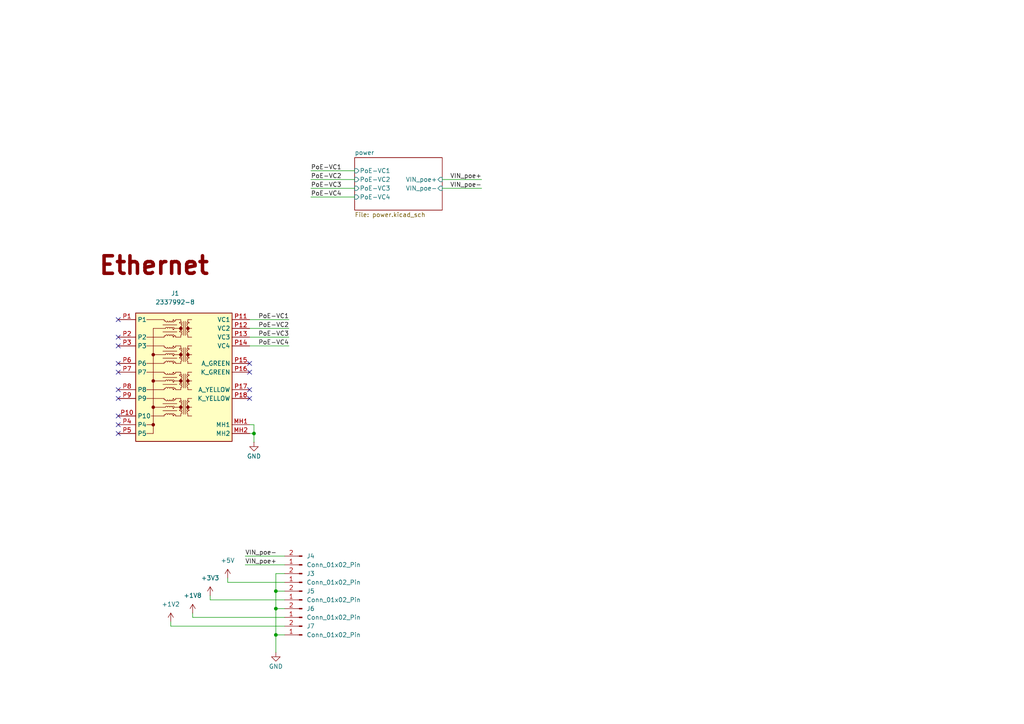
<source format=kicad_sch>
(kicad_sch (version 20231120) (generator "eeschema") (generator_version "8.0")
  (paper "A4")
  (lib_symbols
    (symbol "Connector:Conn_01x02_Pin" (pin_names (offset 1.016) hide)
      (property "Reference" "J" (at 0 2.54 0))
      (property "Value" "Conn_01x02_Pin" (at 0 -5.08 0))
      (symbol "Conn_01x02_Pin_1_1"
        (polyline (pts (xy 1.27 -2.54) (xy 0.8636 -2.54)) (stroke (width 0.1524)))
        (polyline (pts (xy 1.27 0) (xy 0.8636 0)) (stroke (width 0.1524)))
        (rectangle (start 0.8636 -2.413) (end 0 -2.667) (stroke (width 0.1524)) (fill (type outline)))
        (rectangle (start 0.8636 0.127) (end 0 -0.127) (stroke (width 0.1524)) (fill (type outline)))
        (pin passive line (at 5.08 0 180) (length 3.81) (name "Pin_1") (number "1"))
        (pin passive line (at 5.08 -2.54 180) (length 3.81) (name "Pin_2") (number "2"))
      )
    )
    (symbol "extras:2337992-8"
      (property "Reference" "J" (at 4.826 4.953 0))
      (property "Value" "2337992-8" (at 21.59 4.445 0))
      (symbol "2337992-8_0_0"
        (circle (center 10.16 -30.48) (radius 0.0001) (stroke (width 0.508)))
        (circle (center 10.16 -25.4) (radius 0.0001) (stroke (width 0.508)))
        (circle (center 10.16 -17.78) (radius 0.0001) (stroke (width 0.508)))
        (circle (center 10.16 -10.16) (radius 0.0001) (stroke (width 0.508)))
        (circle (center 18.161 -25.4) (radius 0.0001) (stroke (width 0.508)))
        (circle (center 18.161 -17.78) (radius 0.0001) (stroke (width 0.508)))
        (circle (center 18.161 -10.16) (radius 0.0001) (stroke (width 0.508)))
        (circle (center 18.161 -2.54) (radius 0.0001) (stroke (width 0.508)))
        (circle (center 20.193 -25.4) (radius 0.0001) (stroke (width 0.508)))
        (circle (center 20.193 -17.78) (radius 0.0001) (stroke (width 0.508)))
        (circle (center 20.193 -10.16) (radius 0.0001) (stroke (width 0.508)))
        (circle (center 20.193 -2.54) (radius 0.0001) (stroke (width 0.508)))
      )
      (symbol "2337992-8_0_1"
        (polyline (pts (xy 10.033 -30.48) (xy 8.255 -30.48)))
        (polyline (pts (xy 10.16 -33.02) (xy 8.255 -33.02)))
        (polyline (pts (xy 10.16 -33.02) (xy 10.16 -2.54)))
        (polyline (pts (xy 13.335 -27.94) (xy 9.525 -27.94)))
        (polyline (pts (xy 13.335 -22.86) (xy 8.255 -22.86)))
        (polyline (pts (xy 13.335 -20.32) (xy 8.255 -20.32)))
        (polyline (pts (xy 13.335 -15.24) (xy 8.255 -15.24)))
        (polyline (pts (xy 13.335 -12.7) (xy 8.255 -12.7)))
        (polyline (pts (xy 13.335 -7.62) (xy 8.255 -7.62)))
        (polyline (pts (xy 13.335 -5.08) (xy 8.255 -5.08)))
        (polyline (pts (xy 13.335 0) (xy 8.255 0)))
        (polyline (pts (xy 13.716 -25.4) (xy 10.16 -25.4)))
        (polyline (pts (xy 13.716 -17.78) (xy 10.16 -17.78)))
        (polyline (pts (xy 13.716 -10.16) (xy 10.16 -10.16)))
        (polyline (pts (xy 13.716 -2.54) (xy 10.16 -2.54)))
        (polyline (pts (xy 16.256 -25.4) (xy 18.161 -25.4)))
        (polyline (pts (xy 16.256 -17.78) (xy 18.161 -17.78)))
        (polyline (pts (xy 16.256 -10.16) (xy 18.161 -10.16)))
        (polyline (pts (xy 16.256 -2.54) (xy 18.161 -2.54)))
        (polyline (pts (xy 16.637 -27.94) (xy 18.161 -27.94)))
        (polyline (pts (xy 16.637 -22.86) (xy 18.161 -22.86)))
        (polyline (pts (xy 16.637 -20.32) (xy 18.161 -20.32)))
        (polyline (pts (xy 16.637 -15.24) (xy 18.161 -15.24)))
        (polyline (pts (xy 16.637 -12.7) (xy 18.161 -12.7)))
        (polyline (pts (xy 16.637 -7.62) (xy 18.161 -7.62)))
        (polyline (pts (xy 16.637 -5.08) (xy 18.161 -5.08)))
        (polyline (pts (xy 16.637 0) (xy 18.161 0)))
        (polyline (pts (xy 17.018 -26.416) (xy 12.954 -26.416)))
        (polyline (pts (xy 17.018 -24.384) (xy 12.954 -24.384)))
        (polyline (pts (xy 17.018 -18.796) (xy 12.954 -18.796)))
        (polyline (pts (xy 17.018 -16.764) (xy 12.954 -16.764)))
        (polyline (pts (xy 17.018 -11.176) (xy 12.954 -11.176)))
        (polyline (pts (xy 17.018 -9.144) (xy 12.954 -9.144)))
        (polyline (pts (xy 17.018 -3.556) (xy 12.954 -3.556)))
        (polyline (pts (xy 17.018 -1.524) (xy 12.954 -1.524)))
        (polyline (pts (xy 18.161 -27.94) (xy 18.161 -27.305)))
        (polyline (pts (xy 18.161 -25.4) (xy 18.161 -26.035)))
        (polyline (pts (xy 18.161 -25.4) (xy 18.161 -24.765)))
        (polyline (pts (xy 18.161 -22.86) (xy 18.161 -23.495)))
        (polyline (pts (xy 18.161 -20.32) (xy 18.161 -19.685)))
        (polyline (pts (xy 18.161 -17.78) (xy 18.161 -18.415)))
        (polyline (pts (xy 18.161 -17.78) (xy 18.161 -17.145)))
        (polyline (pts (xy 18.161 -15.24) (xy 18.161 -15.875)))
        (polyline (pts (xy 18.161 -12.7) (xy 18.161 -12.065)))
        (polyline (pts (xy 18.161 -10.16) (xy 18.161 -10.795)))
        (polyline (pts (xy 18.161 -10.16) (xy 18.161 -9.525)))
        (polyline (pts (xy 18.161 -7.62) (xy 18.161 -8.255)))
        (polyline (pts (xy 18.161 -5.08) (xy 18.161 -4.445)))
        (polyline (pts (xy 18.161 -2.54) (xy 18.161 -3.175)))
        (polyline (pts (xy 18.161 -2.54) (xy 18.161 -1.905)))
        (polyline (pts (xy 18.161 0) (xy 18.161 -0.635)))
        (polyline (pts (xy 18.923 -27.432) (xy 18.923 -23.368)))
        (polyline (pts (xy 18.923 -19.812) (xy 18.923 -15.748)))
        (polyline (pts (xy 18.923 -12.192) (xy 18.923 -8.128)))
        (polyline (pts (xy 18.923 -4.572) (xy 18.923 -0.508)))
        (polyline (pts (xy 19.431 -27.432) (xy 19.431 -23.368)))
        (polyline (pts (xy 19.431 -19.812) (xy 19.431 -15.748)))
        (polyline (pts (xy 19.431 -12.192) (xy 19.431 -8.128)))
        (polyline (pts (xy 19.431 -4.572) (xy 19.431 -0.508)))
        (polyline (pts (xy 20.193 -27.94) (xy 20.193 -27.305)))
        (polyline (pts (xy 20.193 -25.4) (xy 20.193 -26.035)))
        (polyline (pts (xy 20.193 -25.4) (xy 20.193 -24.765)))
        (polyline (pts (xy 20.193 -22.86) (xy 20.193 -23.495)))
        (polyline (pts (xy 20.193 -20.32) (xy 20.193 -19.685)))
        (polyline (pts (xy 20.193 -17.78) (xy 20.193 -18.415)))
        (polyline (pts (xy 20.193 -17.78) (xy 20.193 -17.145)))
        (polyline (pts (xy 20.193 -15.24) (xy 20.193 -15.875)))
        (polyline (pts (xy 20.193 -12.7) (xy 20.193 -12.065)))
        (polyline (pts (xy 20.193 -10.16) (xy 20.193 -10.795)))
        (polyline (pts (xy 20.193 -10.16) (xy 20.193 -9.525)))
        (polyline (pts (xy 20.193 -7.62) (xy 20.193 -8.255)))
        (polyline (pts (xy 20.193 -5.08) (xy 20.193 -4.445)))
        (polyline (pts (xy 20.193 -2.54) (xy 20.193 -3.175)))
        (polyline (pts (xy 20.193 -2.54) (xy 20.193 -1.905)))
        (polyline (pts (xy 20.193 0) (xy 20.193 -0.635)))
        (polyline (pts (xy 21.336 -27.94) (xy 20.193 -27.94)))
        (polyline (pts (xy 21.336 -25.4) (xy 20.193 -25.4)))
        (polyline (pts (xy 21.336 -22.86) (xy 20.193 -22.86)))
        (polyline (pts (xy 21.336 -20.32) (xy 20.193 -20.32)))
        (polyline (pts (xy 21.336 -17.78) (xy 20.193 -17.78)))
        (polyline (pts (xy 21.336 -15.24) (xy 20.193 -15.24)))
        (polyline (pts (xy 21.336 -12.7) (xy 20.193 -12.7)))
        (polyline (pts (xy 21.336 -10.16) (xy 20.193 -10.16)))
        (polyline (pts (xy 21.336 -7.62) (xy 20.193 -7.62)))
        (polyline (pts (xy 21.336 -5.08) (xy 20.193 -5.08)))
        (polyline (pts (xy 21.336 -2.54) (xy 20.193 -2.54)))
        (polyline (pts (xy 21.336 0) (xy 20.193 0)))
        (polyline (pts (xy 13.716 -27.559) (xy 13.335 -27.559) (xy 13.335 -27.94)))
        (polyline (pts (xy 13.716 -23.241) (xy 13.335 -23.241) (xy 13.335 -22.86)))
        (polyline (pts (xy 13.716 -19.939) (xy 13.335 -19.939) (xy 13.335 -20.32)))
        (polyline (pts (xy 13.716 -15.621) (xy 13.335 -15.621) (xy 13.335 -15.24)))
        (polyline (pts (xy 13.716 -12.319) (xy 13.335 -12.319) (xy 13.335 -12.7)))
        (polyline (pts (xy 13.716 -8.001) (xy 13.335 -8.001) (xy 13.335 -7.62)))
        (polyline (pts (xy 13.716 -4.699) (xy 13.335 -4.699) (xy 13.335 -5.08)))
        (polyline (pts (xy 13.716 -0.381) (xy 13.335 -0.381) (xy 13.335 0)))
        (polyline (pts (xy 16.2585 -27.5559) (xy 16.6368 -27.5547) (xy 16.637 -27.94)))
        (polyline (pts (xy 16.2585 -23.2441) (xy 16.637 -23.241) (xy 16.637 -22.86)))
        (polyline (pts (xy 16.2585 -19.9359) (xy 16.6368 -19.9347) (xy 16.637 -20.32)))
        (polyline (pts (xy 16.2585 -15.6241) (xy 16.637 -15.621) (xy 16.637 -15.24)))
        (polyline (pts (xy 16.2585 -12.3159) (xy 16.6368 -12.3147) (xy 16.637 -12.7)))
        (polyline (pts (xy 16.2585 -8.0041) (xy 16.637 -8.001) (xy 16.637 -7.62)))
        (polyline (pts (xy 16.2585 -4.6959) (xy 16.6368 -4.6947) (xy 16.637 -5.08)))
        (polyline (pts (xy 16.2585 -0.3841) (xy 16.637 -0.381) (xy 16.637 0)))
        (arc (start 13.7185 -23.2441) (mid 14.036 -23.5492) (end 14.3535 -23.2441))
        (arc (start 13.7185 -15.6241) (mid 14.036 -15.9292) (end 14.3535 -15.6241))
        (arc (start 13.7185 -8.0041) (mid 14.036 -8.3092) (end 14.3535 -8.0041))
        (arc (start 13.7185 -0.3841) (mid 14.036 -0.6892) (end 14.3535 -0.3841))
        (arc (start 14.3535 -27.5559) (mid 14.036 -27.2508) (end 13.7185 -27.5559))
        (arc (start 14.3535 -25.3969) (mid 14.036 -25.0918) (end 13.7185 -25.3969))
        (arc (start 14.3535 -23.2441) (mid 14.671 -23.5492) (end 14.9885 -23.2441))
        (arc (start 14.3535 -19.9359) (mid 14.036 -19.6308) (end 13.7185 -19.9359))
        (arc (start 14.3535 -17.7769) (mid 14.036 -17.4718) (end 13.7185 -17.7769))
        (arc (start 14.3535 -15.6241) (mid 14.671 -15.9292) (end 14.9885 -15.6241))
        (arc (start 14.3535 -12.3159) (mid 14.036 -12.0108) (end 13.7185 -12.3159))
        (arc (start 14.3535 -10.1569) (mid 14.036 -9.8518) (end 13.7185 -10.1569))
        (arc (start 14.3535 -8.0041) (mid 14.671 -8.3092) (end 14.9885 -8.0041))
        (arc (start 14.3535 -4.6959) (mid 14.036 -4.3908) (end 13.7185 -4.6959))
        (arc (start 14.3535 -2.5369) (mid 14.036 -2.2318) (end 13.7185 -2.5369))
        (arc (start 14.3535 -0.3841) (mid 14.671 -0.6892) (end 14.9885 -0.3841))
        (arc (start 14.9885 -27.5559) (mid 14.671 -27.2508) (end 14.3535 -27.5559))
        (arc (start 14.9885 -25.3969) (mid 14.671 -25.0918) (end 14.3535 -25.3969))
        (arc (start 14.9885 -23.2441) (mid 15.306 -23.5492) (end 15.6235 -23.2441))
        (arc (start 14.9885 -19.9359) (mid 14.671 -19.6308) (end 14.3535 -19.9359))
        (arc (start 14.9885 -17.7769) (mid 14.671 -17.4718) (end 14.3535 -17.7769))
        (arc (start 14.9885 -15.6241) (mid 15.306 -15.9292) (end 15.6235 -15.6241))
        (arc (start 14.9885 -12.3159) (mid 14.671 -12.0108) (end 14.3535 -12.3159))
        (arc (start 14.9885 -10.1569) (mid 14.671 -9.8518) (end 14.3535 -10.1569))
        (arc (start 14.9885 -8.0041) (mid 15.306 -8.3092) (end 15.6235 -8.0041))
        (arc (start 14.9885 -4.6959) (mid 14.671 -4.3908) (end 14.3535 -4.6959))
        (arc (start 14.9885 -2.5369) (mid 14.671 -2.2318) (end 14.3535 -2.5369))
        (arc (start 14.9885 -0.3841) (mid 15.306 -0.6892) (end 15.6235 -0.3841))
        (arc (start 15.6235 -27.5559) (mid 15.306 -27.2508) (end 14.9885 -27.5559))
        (arc (start 15.6235 -25.3969) (mid 15.306 -25.0918) (end 14.9885 -25.3969))
        (arc (start 15.6235 -23.2441) (mid 15.941 -23.5492) (end 16.2585 -23.2441))
        (arc (start 15.6235 -19.9359) (mid 15.306 -19.6308) (end 14.9885 -19.9359))
        (arc (start 15.6235 -17.7769) (mid 15.306 -17.4718) (end 14.9885 -17.7769))
        (arc (start 15.6235 -15.6241) (mid 15.941 -15.9292) (end 16.2585 -15.6241))
        (arc (start 15.6235 -12.3159) (mid 15.306 -12.0108) (end 14.9885 -12.3159))
        (arc (start 15.6235 -10.1569) (mid 15.306 -9.8518) (end 14.9885 -10.1569))
        (arc (start 15.6235 -8.0041) (mid 15.941 -8.3092) (end 16.2585 -8.0041))
        (arc (start 15.6235 -4.6959) (mid 15.306 -4.3908) (end 14.9885 -4.6959))
        (arc (start 15.6235 -2.5369) (mid 15.306 -2.2318) (end 14.9885 -2.5369))
        (arc (start 15.6235 -0.3841) (mid 15.941 -0.6892) (end 16.2585 -0.3841))
        (circle (center 16.0045 -27.8099) (radius 0.127) (fill (type outline)))
        (circle (center 16.0045 -25.6509) (radius 0.127) (fill (type outline)))
        (circle (center 16.0045 -22.9901) (radius 0.127) (fill (type outline)))
        (circle (center 16.0045 -20.1899) (radius 0.127) (fill (type outline)))
        (circle (center 16.0045 -18.0309) (radius 0.127) (fill (type outline)))
        (circle (center 16.0045 -15.3701) (radius 0.127) (fill (type outline)))
        (circle (center 16.0045 -12.5699) (radius 0.127) (fill (type outline)))
        (circle (center 16.0045 -10.4109) (radius 0.127) (fill (type outline)))
        (circle (center 16.0045 -7.7501) (radius 0.127) (fill (type outline)))
        (circle (center 16.0045 -4.9499) (radius 0.127) (fill (type outline)))
        (circle (center 16.0045 -2.7909) (radius 0.127) (fill (type outline)))
        (circle (center 16.0045 -0.1301) (radius 0.127) (fill (type outline)))
        (arc (start 16.2585 -27.5559) (mid 15.941 -27.2508) (end 15.6235 -27.5559))
        (arc (start 16.2585 -25.3969) (mid 15.941 -25.0918) (end 15.6235 -25.3969))
        (arc (start 16.2585 -19.9359) (mid 15.941 -19.6308) (end 15.6235 -19.9359))
        (arc (start 16.2585 -17.7769) (mid 15.941 -17.4718) (end 15.6235 -17.7769))
        (arc (start 16.2585 -12.3159) (mid 15.941 -12.0108) (end 15.6235 -12.3159))
        (arc (start 16.2585 -10.1569) (mid 15.941 -9.8518) (end 15.6235 -10.1569))
        (arc (start 16.2585 -4.6959) (mid 15.941 -4.3908) (end 15.6235 -4.6959))
        (arc (start 16.2585 -2.5369) (mid 15.941 -2.2318) (end 15.6235 -2.5369))
        (circle (center 17.907 -26.289) (radius 0.127) (fill (type outline)))
        (circle (center 17.907 -23.749) (radius 0.127) (fill (type outline)))
        (circle (center 17.907 -18.669) (radius 0.127) (fill (type outline)))
        (circle (center 17.907 -16.129) (radius 0.127) (fill (type outline)))
        (circle (center 17.907 -11.049) (radius 0.127) (fill (type outline)))
        (circle (center 17.907 -8.509) (radius 0.127) (fill (type outline)))
        (circle (center 17.907 -3.429) (radius 0.127) (fill (type outline)))
        (circle (center 17.907 -0.889) (radius 0.127) (fill (type outline)))
        (arc (start 18.161 -27.305) (mid 18.4652 -26.9899) (end 18.161 -26.67))
        (arc (start 18.161 -26.67) (mid 18.4702 -26.3501) (end 18.161 -26.035))
        (arc (start 18.161 -24.765) (mid 18.4652 -24.4499) (end 18.161 -24.13))
        (arc (start 18.161 -24.13) (mid 18.4702 -23.8101) (end 18.161 -23.495))
        (arc (start 18.161 -19.685) (mid 18.4652 -19.3699) (end 18.161 -19.05))
        (arc (start 18.161 -19.05) (mid 18.4702 -18.7301) (end 18.161 -18.415))
        (arc (start 18.161 -17.145) (mid 18.4652 -16.8299) (end 18.161 -16.51))
        (arc (start 18.161 -16.51) (mid 18.4702 -16.1901) (end 18.161 -15.875))
        (arc (start 18.161 -12.065) (mid 18.4652 -11.7499) (end 18.161 -11.43))
        (arc (start 18.161 -11.43) (mid 18.4702 -11.1101) (end 18.161 -10.795))
        (arc (start 18.161 -9.525) (mid 18.4652 -9.2099) (end 18.161 -8.89))
        (arc (start 18.161 -8.89) (mid 18.4702 -8.5701) (end 18.161 -8.255))
        (arc (start 18.161 -4.445) (mid 18.4661 -4.1275) (end 18.161 -3.81))
        (arc (start 18.161 -3.81) (mid 18.4661 -3.4925) (end 18.161 -3.175))
        (arc (start 18.161 -1.905) (mid 18.4661 -1.5875) (end 18.161 -1.27))
        (arc (start 18.161 -1.27) (mid 18.4661 -0.9525) (end 18.161 -0.635))
        (arc (start 20.193 -26.67) (mid 19.8895 -26.9899) (end 20.193 -27.305))
        (arc (start 20.193 -26.035) (mid 19.8945 -26.3501) (end 20.193 -26.67))
        (arc (start 20.193 -24.13) (mid 19.8895 -24.4499) (end 20.193 -24.765))
        (arc (start 20.193 -23.495) (mid 19.8945 -23.8101) (end 20.193 -24.13))
        (arc (start 20.193 -19.05) (mid 19.8895 -19.3699) (end 20.193 -19.685))
        (arc (start 20.193 -18.415) (mid 19.8945 -18.7301) (end 20.193 -19.05))
        (arc (start 20.193 -16.51) (mid 19.8895 -16.8299) (end 20.193 -17.145))
        (arc (start 20.193 -15.875) (mid 19.8945 -16.1901) (end 20.193 -16.51))
        (arc (start 20.193 -11.43) (mid 19.8895 -11.7499) (end 20.193 -12.065))
        (arc (start 20.193 -10.795) (mid 19.8945 -11.1101) (end 20.193 -11.43))
        (arc (start 20.193 -8.89) (mid 19.8895 -9.2099) (end 20.193 -9.525))
        (arc (start 20.193 -8.255) (mid 19.8945 -8.5701) (end 20.193 -8.89))
        (arc (start 20.193 -3.81) (mid 19.8879 -4.1275) (end 20.193 -4.445))
        (arc (start 20.193 -3.175) (mid 19.8879 -3.4925) (end 20.193 -3.81))
        (arc (start 20.193 -1.27) (mid 19.8879 -1.5875) (end 20.193 -1.905))
        (arc (start 20.193 -0.635) (mid 19.8879 -0.9525) (end 20.193 -1.27))
        (circle (center 20.447 -26.289) (radius 0.127) (fill (type outline)))
        (circle (center 20.447 -23.749) (radius 0.127) (fill (type outline)))
        (circle (center 20.447 -18.669) (radius 0.127) (fill (type outline)))
        (circle (center 20.447 -16.129) (radius 0.127) (fill (type outline)))
        (circle (center 20.447 -11.049) (radius 0.127) (fill (type outline)))
        (circle (center 20.447 -8.509) (radius 0.127) (fill (type outline)))
        (circle (center 20.447 -3.429) (radius 0.127) (fill (type outline)))
        (circle (center 20.447 -0.889) (radius 0.127) (fill (type outline)))
      )
      (symbol "2337992-8_1_1"
        (rectangle (start 5.08 1.905) (end 33.02 -35.306) (stroke (width 0.254)) (fill (type background)))
        (pin passive line (at 38.1 -30.48 180) (length 5.08) (name "MH1") (number "MH1"))
        (pin passive line (at 38.1 -33.02 180) (length 5.08) (name "MH2") (number "MH2"))
        (pin passive line (at 0 0 0) (length 5.08) (name "P1") (number "P1"))
        (pin passive line (at 0 -27.94 0) (length 5.08) (name "P10") (number "P10"))
        (pin passive line (at 38.1 0 180) (length 5.08) (name "VC1") (number "P11"))
        (pin passive line (at 38.1 -2.54 180) (length 5.08) (name "VC2") (number "P12"))
        (pin passive line (at 38.1 -5.08 180) (length 5.08) (name "VC3") (number "P13"))
        (pin passive line (at 38.1 -7.62 180) (length 5.08) (name "VC4") (number "P14"))
        (pin passive line (at 38.1 -12.7 180) (length 5.08) (name "A_GREEN") (number "P15"))
        (pin passive line (at 38.1 -15.24 180) (length 5.08) (name "K_GREEN") (number "P16"))
        (pin passive line (at 38.1 -20.32 180) (length 5.08) (name "A_YELLOW") (number "P17"))
        (pin passive line (at 38.1 -22.86 180) (length 5.08) (name "K_YELLOW") (number "P18"))
        (pin passive line (at 0 -5.08 0) (length 5.08) (name "P2") (number "P2"))
        (pin passive line (at 0 -7.62 0) (length 5.08) (name "P3") (number "P3"))
        (pin passive line (at 0 -30.48 0) (length 5.08) (name "P4") (number "P4"))
        (pin passive line (at 0 -33.02 0) (length 5.08) (name "P5") (number "P5"))
        (pin passive line (at 0 -12.7 0) (length 5.08) (name "P6") (number "P6"))
        (pin passive line (at 0 -15.24 0) (length 5.08) (name "P7") (number "P7"))
        (pin passive line (at 0 -20.32 0) (length 5.08) (name "P8") (number "P8"))
        (pin passive line (at 0 -22.86 0) (length 5.08) (name "P9") (number "P9"))
      )
    )
    (symbol "power:+1V2" (power) (pin_numbers hide) (pin_names (offset 0) hide)
      (property "Value" "+1V2" (at 0 3.556 0))
      (symbol "+1V2_0_1"
        (polyline (pts (xy -0.762 1.27) (xy 0 2.54)))
        (polyline (pts (xy 0 0) (xy 0 2.54)))
        (polyline (pts (xy 0 2.54) (xy 0.762 1.27)))
      )
      (symbol "+1V2_1_1"
        (pin power_in line (at 0 0 90) (length 0) (name "~") (number "1"))
      )
    )
    (symbol "power:+3.3V" (power) (pin_numbers hide) (pin_names (offset 0) hide)
      (property "Value" "+3.3V" (at 0 3.556 0))
      (symbol "+3.3V_0_1"
        (polyline (pts (xy -0.762 1.27) (xy 0 2.54)))
        (polyline (pts (xy 0 0) (xy 0 2.54)))
        (polyline (pts (xy 0 2.54) (xy 0.762 1.27)))
      )
      (symbol "+3.3V_1_1"
        (pin power_in line (at 0 0 90) (length 0) (name "~") (number "1"))
      )
    )
    (symbol "power:+5V" (power) (pin_numbers hide) (pin_names (offset 0) hide)
      (property "Value" "+5V" (at 0 3.556 0))
      (symbol "+5V_0_1"
        (polyline (pts (xy -0.762 1.27) (xy 0 2.54)))
        (polyline (pts (xy 0 0) (xy 0 2.54)))
        (polyline (pts (xy 0 2.54) (xy 0.762 1.27)))
      )
      (symbol "+5V_1_1"
        (pin power_in line (at 0 0 90) (length 0) (name "~") (number "1"))
      )
    )
    (symbol "power:GND" (power) (pin_numbers hide) (pin_names (offset 0) hide)
      (property "Value" "GND" (at 0 -3.81 0))
      (symbol "GND_0_1"
        (polyline (pts (xy 0 0) (xy 0 -1.27) (xy 1.27 -1.27) (xy 0 -2.54) (xy -1.27 -1.27) (xy 0 -1.27)))
      )
      (symbol "GND_1_1"
        (pin power_in line (at 0 0 270) (length 0) (name "~") (number "1"))
      )
    )
  )
  (junction (at 80.01 184.15))
  (junction (at 73.66 125.73))
  (junction (at 80.01 171.45))
  (junction (at 80.01 176.53))
  (no_connect (at 34.29 100.33))
  (no_connect (at 34.29 115.57))
  (no_connect (at 34.29 105.41))
  (no_connect (at 72.39 113.03))
  (no_connect (at 34.29 123.19))
  (no_connect (at 72.39 107.95))
  (no_connect (at 72.39 105.41))
  (no_connect (at 34.29 107.95))
  (no_connect (at 72.39 115.57))
  (no_connect (at 34.29 97.79))
  (no_connect (at 34.29 125.73))
  (no_connect (at 34.29 120.65))
  (no_connect (at 34.29 92.71))
  (no_connect (at 34.29 113.03))
  (wire (pts (xy 72.39 123.19) (xy 73.66 123.19)))
  (wire (pts (xy 66.04 167.64) (xy 66.04 168.91)))
  (wire (pts (xy 80.01 184.15) (xy 82.55 184.15)))
  (wire (pts (xy 102.87 57.15) (xy 90.17 57.15)))
  (wire (pts (xy 72.39 92.71) (xy 83.82 92.71)))
  (wire (pts (xy 72.39 95.25) (xy 83.82 95.25)))
  (wire (pts (xy 72.39 125.73) (xy 73.66 125.73)))
  (wire (pts (xy 102.87 54.61) (xy 90.17 54.61)))
  (wire (pts (xy 72.39 97.79) (xy 83.82 97.79)))
  (wire (pts (xy 102.87 49.53) (xy 90.17 49.53)))
  (wire (pts (xy 60.96 173.99) (xy 60.96 172.72)))
  (wire (pts (xy 71.12 161.29) (xy 82.55 161.29)))
  (wire (pts (xy 72.39 100.33) (xy 83.82 100.33)))
  (wire (pts (xy 71.12 163.83) (xy 82.55 163.83)))
  (wire (pts (xy 80.01 171.45) (xy 80.01 176.53)))
  (wire (pts (xy 80.01 176.53) (xy 82.55 176.53)))
  (wire (pts (xy 55.88 177.8) (xy 55.88 179.07)))
  (wire (pts (xy 82.55 179.07) (xy 55.88 179.07)))
  (wire (pts (xy 80.01 184.15) (xy 80.01 189.23)))
  (wire (pts (xy 82.55 173.99) (xy 60.96 173.99)))
  (wire (pts (xy 82.55 168.91) (xy 66.04 168.91)))
  (wire (pts (xy 73.66 125.73) (xy 73.66 128.27)))
  (wire (pts (xy 139.7 54.61) (xy 128.27 54.61)))
  (wire (pts (xy 102.87 52.07) (xy 90.17 52.07)))
  (wire (pts (xy 139.7 52.07) (xy 128.27 52.07)))
  (wire (pts (xy 80.01 166.37) (xy 82.55 166.37)))
  (wire (pts (xy 80.01 176.53) (xy 80.01 184.15)))
  (wire (pts (xy 73.66 123.19) (xy 73.66 125.73)))
  (wire (pts (xy 80.01 166.37) (xy 80.01 171.45)))
  (wire (pts (xy 49.53 181.61) (xy 82.55 181.61)))
  (wire (pts (xy 49.53 180.34) (xy 49.53 181.61)))
  (wire (pts (xy 80.01 171.45) (xy 82.55 171.45)))
  (text "Ethernet" (at 44.704 77.216 0) (effects (font (size 5.08 5.08) (bold yes))))
  (label "VIN_poe-" (at 139.7 54.61 180))
  (label "VIN_poe-" (at 71.12 161.29 0))
  (label "PoE-VC4" (at 83.82 100.33 180))
  (label "PoE-VC2" (at 83.82 95.25 180))
  (label "VIN_poe+" (at 71.12 163.83 0))
  (label "PoE-VC3" (at 90.17 54.61 0))
  (label "PoE-VC3" (at 83.82 97.79 180))
  (label "PoE-VC4" (at 90.17 57.15 0))
  (label "PoE-VC1" (at 90.17 49.53 0))
  (label "PoE-VC1" (at 83.82 92.71 180))
  (label "VIN_poe+" (at 139.7 52.07 180))
  (label "PoE-VC2" (at 90.17 52.07 0))
  (symbol (lib_id "power:GND") (at 80.01 189.23 0) (unit 1)
    (property "Reference" "#PWR025" (effects (hide yes)))
    (property "Value" "GND" (at 80.01 193.294 0))
    (property "Description" "Power symbol creates a global label with name \"GND\" , ground" (effects (hide yes)))
  )
  (symbol (lib_id "Connector:Conn_01x02_Pin") (at 87.63 179.07 180) (unit 1)
    (property "Reference" "J6" (at 88.9 176.5299 0) (effects (justify right)))
    (property "Value" "Conn_01x02_Pin" (at 88.9 179.0699 0) (effects (justify right)))
    (property "Footprint" "Connector_PinHeader_2.54mm:PinHeader_1x02_P2.54mm_Horizontal" (effects (hide yes)))
    (property "Description" "Generic connector, single row, 01x02, script generated" (effects (hide yes)))
  )
  (symbol (lib_id "Connector:Conn_01x02_Pin") (at 87.63 163.83 180) (unit 1)
    (property "Reference" "J4" (at 88.9 161.2899 0) (effects (justify right)))
    (property "Value" "Conn_01x02_Pin" (at 88.9 163.8299 0) (effects (justify right)))
    (property "Footprint" "Connector_PinHeader_2.54mm:PinHeader_1x02_P2.54mm_Horizontal" (effects (hide yes)))
    (property "Description" "Generic connector, single row, 01x02, script generated" (effects (hide yes)))
  )
  (symbol (lib_id "Connector:Conn_01x02_Pin") (at 87.63 173.99 180) (unit 1)
    (property "Reference" "J5" (at 88.9 171.4499 0) (effects (justify right)))
    (property "Value" "Conn_01x02_Pin" (at 88.9 173.9899 0) (effects (justify right)))
    (property "Footprint" "Connector_PinHeader_2.54mm:PinHeader_1x02_P2.54mm_Horizontal" (effects (hide yes)))
    (property "Description" "Generic connector, single row, 01x02, script generated" (effects (hide yes)))
  )
  (symbol (lib_id "power:+5V") (at 66.04 167.64 0) (unit 1)
    (property "Reference" "#PWR024" (effects (hide yes)))
    (property "Value" "+5V" (at 66.04 162.56 0))
    (property "Description" "Power symbol creates a global label with name \"+5V\"" (effects (hide yes)))
  )
  (symbol (lib_id "Connector:Conn_01x02_Pin") (at 87.63 184.15 180) (unit 1)
    (property "Reference" "J7" (at 88.9 181.6099 0) (effects (justify right)))
    (property "Value" "Conn_01x02_Pin" (at 88.9 184.1499 0) (effects (justify right)))
    (property "Footprint" "Connector_PinHeader_2.54mm:PinHeader_1x02_P2.54mm_Horizontal" (effects (hide yes)))
    (property "Description" "Generic connector, single row, 01x02, script generated" (effects (hide yes)))
  )
  (symbol (lib_id "power:+3.3V") (at 60.96 172.72 0) (unit 1)
    (property "Reference" "#PWR026" (effects (hide yes)))
    (property "Value" "+3V3" (at 60.96 167.64 0))
    (property "Description" "Power symbol creates a global label with name \"+3.3V\"" (effects (hide yes)))
  )
  (symbol (lib_id "Connector:Conn_01x02_Pin") (at 87.63 168.91 180) (unit 1)
    (property "Reference" "J3" (at 88.9 166.37 0) (effects (justify right)))
    (property "Value" "Conn_01x02_Pin" (at 88.9 168.9099 0) (effects (justify right)))
    (property "Footprint" "Connector_PinHeader_2.54mm:PinHeader_1x02_P2.54mm_Horizontal" (effects (hide yes)))
    (property "Description" "Generic connector, single row, 01x02, script generated" (effects (hide yes)))
  )
  (symbol (lib_id "power:+1V2") (at 55.88 177.8 0) (unit 1)
    (property "Reference" "#PWR027" (effects (hide yes)))
    (property "Value" "+1V8" (at 55.88 172.72 0))
    (property "Description" "Power symbol creates a global label with name \"+1V2\"" (effects (hide yes)))
  )
  (symbol (lib_id "extras:2337992-8") (at 34.29 92.71 0) (unit 1)
    (property "Reference" "J1" (at 50.8 85.09 0))
    (property "Value" "2337992-8" (at 50.8 87.63 0))
    (property "Footprint" "extras:23379928" (effects (hide yes)))
    (property "Datasheet" "https://www.te.com/commerce/DocumentDelivery/DDEController?Action=srchrtrv&DocNm=2337992-8&DocType=Customer+Drawing&DocLang=English&DocFormat=pdf&PartCntxt=2337992-8" (effects (hide yes)))
    (property "Description" "1 Port RJ45Through Hole 1G Base-T, AutoMDIX, Power over Ethernet (PoE)" (effects (hide yes)))
    (property "Height" "13.65" (effects (hide yes)))
    (property "Mouser Part Number" "571-2337992-8" (effects (hide yes)))
    (property "Mouser Price/Stock" "https://www.mouser.co.uk/ProductDetail/TE-Connectivity/2337992-8?qs=l4Gc20tDgJKXvL6Xa4ZgAQ%3D%3D" (effects (hide yes)))
    (property "Manufacturer_Name" "TE Connectivity" (effects (hide yes)))
    (property "Manufacturer_Part_Number" "2337992-8" (effects (hide yes)))
  )
  (symbol (lib_id "power:GND") (at 73.66 128.27 0) (unit 1)
    (property "Reference" "#PWR015" (effects (hide yes)))
    (property "Value" "GND" (at 73.66 132.334 0))
    (property "Description" "Power symbol creates a global label with name \"GND\" , ground" (effects (hide yes)))
  )
  (symbol (lib_id "power:+1V2") (at 49.53 180.34 0) (unit 1)
    (property "Reference" "#PWR034" (effects (hide yes)))
    (property "Value" "+1V2" (at 49.53 175.26 0))
    (property "Description" "Power symbol creates a global label with name \"+1V2\"" (effects (hide yes)))
  )
  (sheet (at 102.87 45.72) (size 25.4 15.24) (stroke (width 0.1524))
    (property "Sheetname" "power" (at 102.87 45.0084 0) (effects (justify left bottom)))
    (property "Sheetfile" "power.kicad_sch" (at 102.87 61.5446 0) (effects (justify left top)))
    (pin "PoE-VC4" input (at 102.87 57.15 180))
    (pin "PoE-VC2" input (at 102.87 52.07 180))
    (pin "PoE-VC3" input (at 102.87 54.61 180))
    (pin "PoE-VC1" input (at 102.87 49.53 180))
    (pin "VIN_poe+" input (at 128.27 52.07 0))
    (pin "VIN_poe-" input (at 128.27 54.61 0))
  )
)
</source>
